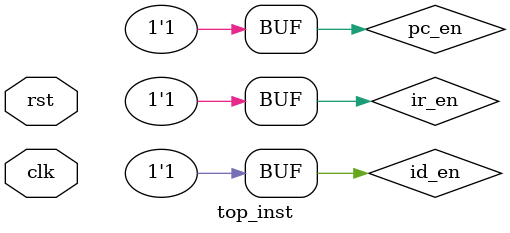
<source format=v>
`include "isu_mem.v"
`include "data_mem.v"
`include "pc.v"
`include "ir.v"
`include "alu.v"
`include "id_stage.v"
`include "ex_mem.v"

`define D_WIDTH         32
`define A_WIDTH         32
`define N_REGS          32
`define MEM_A_WIDTH     8
`define RF_SIZE         $clog2(`N_REGS)
`define OP_CODE_SIZE    7
`define FUNCT_3_SIZE    3
`define FUNCT_7_SIZE    7
`define OP_SIZE         4

module top_inst(
    input clk,
    input rst
);

    //instanstaite pc register 
    wire                                pc_en;
    wire [`A_WIDTH-1:0]                 pc_cur;
    wire [`A_WIDTH-1:0]                 pc_next;

    assign pc_en = 1'b1;
    assign pc_next = pc_cur + 4; //advance a word

    pc # (
        .A_WIDTH(`A_WIDTH)
    )    
    pc_u(
        .clk(clk),
        .rst(rst),
        .en(pc_en),
        .next_pc(pc_next),
        .pc(pc_cur)
    );

    //instantiate isu memory
    wire[`D_WIDTH-1:0]                  cur_isu;

    isu_mem # (
        .MEM_A_WIDTH(`MEM_A_WIDTH),
        .D_WIDTH(`D_WIDTH)
    )    
    isu_mem_u(
        .clk(clk),
        .rst(rst),
        .addr(pc_cur), // get the instruction from the isu_mem indexed pc
        .dout(cur_isu)
    );

    //instantiate instruction register
    wire                                ir_en;
    assign ir_en = 1'b1;

    wire [`D_WIDTH-1:0]                 instr;
    wire [`RF_SIZE-1:0]                 rs2;
    wire [`RF_SIZE-1:0]                 rs1;
    wire [`RF_SIZE-1:0]                 rd;
    wire [`FUNCT_7_SIZE-1:0]            funct7;
    wire [`FUNCT_3_SIZE-1:0]            funct3;
    wire [`OP_CODE_SIZE-1:0]            opcode;

    ir # (
        .D_WIDTH(`D_WIDTH),
        .N_REGS(`N_REGS),
        .RF_SIZE(`RF_SIZE),
        .OP_CODE_SIZE(`OP_CODE_SIZE),
        .FUNCT_3_SIZE(`FUNCT_3_SIZE),
        .FUNCT_7_SIZE(`FUNCT_7_SIZE)
    )    
    ir_u(
        .clk(clk),
        .rst(rst),
        .en(ir_en),
        .isu(cur_isu),
        .instr(instr),
        .rs2(rs2),
        .rs1(rs1),
        .rd(rd),
        .funct7(funct7),
        .funct3(funct3),
        .op_code(opcode)
    );

    wire                                id_en;
    assign id_en = 1'b1;

    wire [`D_WIDTH-1:0]                 idex_rs1_val, idex_rs2_val, idex_imm;
    wire [`RF_SIZE-1:0]                 idex_rd;
    wire                                idex_reg_write, idex_alu_src_imm, idex_mem_we, idex_mem_re, idex_mem_to_reg;
    wire [`OP_SIZE-1:0]                 idex_alu_op;

    id_stage #(
        .D_WIDTH(`D_WIDTH),
        .N_REGS(`N_REGS),
        .RF_SIZE(`RF_SIZE),
        .OP_SIZE(`OP_SIZE)
    ) id_stage_u (
        .clk(clk),
        .rst(rst),
        .en(id_en),

        .instr(instr),
        .rs1(rs1),
        .rs2(rs2),
        .rd(rd),
        .opcode(opcode),
        .funct3(funct3),
        .funct7(funct7),

        .wb_we(memwb_reg_write && (memwb_rd != 0)),
        .wb_rd(memwb_rd),
        .wb_data(wb_data),

        .rs1_val_ex(idex_rs1_val),
        .rs2_val_ex(idex_rs2_val),
        .imm_ex(idex_imm),
        .rd_ex(idex_rd),
        .reg_write_ex(idex_reg_write),
        .alu_src_imm_ex(idex_alu_src_imm),
        .alu_op_ex(idex_alu_op),
        .mem_we_ex(idex_mem_we),
        .mem_re_ex(idex_mem_re),
        .mem_to_reg_ex(idex_mem_to_reg)
    );

    wire [`D_WIDTH-1:0]                 exmem_alu_out;
    wire [`D_WIDTH-1:0]                 exmem_rs2_val;
    wire [`RF_SIZE-1:0]                 exmem_rd;
    wire                                exmem_reg_write;
    wire                                exmem_mem_we;
    wire                                exmem_mem_re;
    wire                                exmem_mem_to_reg;

    wire [`D_WIDTH-1:0]                 memwb_alu_out;
    wire [`D_WIDTH-1:0]                 memwb_mem_data;
    wire [`RF_SIZE-1:0]                 memwb_rd;
    wire                                memwb_reg_write;  

    wire [`D_WIDTH-1:0]                 wb_data;
    wire                                memwb_mem_to_reg;

    assign wb_data = memwb_mem_to_reg ? memwb_mem_data : memwb_alu_out;

    //instantiate data mem
    //need to handle control logic for these signals
    wire [`D_WIDTH-1:0]                 r_data;

    data_mem # (
        .MEM_A_WIDTH(`MEM_A_WIDTH),
        .D_WIDTH(`D_WIDTH)
    )    
    data_mem_u(
        .clk(clk),
        .rst(rst),
        .we(exmem_mem_we),
        .w_addr(exmem_alu_out),
        .w_data(exmem_rs2_val),
        .re(exmem_mem_re),
        .r_addr(exmem_alu_out),
        .r_data(r_data)
    );

    //instantiate alu, need to add control logic for immediate later
    wire [`D_WIDTH-1:0]                 a_in;
    assign a_in = idex_rs1_val;
    
    //modify b_in later to switch between imm and rs2_d
    wire [`D_WIDTH-1:0]                 b_in;
    assign b_in = idex_alu_src_imm ? idex_imm : idex_rs2_val;

    wire [`D_WIDTH-1:0]                 alu_out;
    wire                                alu_zero;

    alu # (
        .D_WIDTH(`D_WIDTH),
        .OP_SIZE(`OP_SIZE)
    )    
    alu_u(
        .alu_op(idex_alu_op),
        .a(a_in),
        .b(b_in),
        .y(alu_out),
        .zero(alu_zero)
    );

    ex_mem #(
        .D_WIDTH(`D_WIDTH),
        .RF_SIZE(`RF_SIZE)
    ) 
    ex_mem_u (
        .clk(clk),
        .rst(rst),

        .alu_out_ex(alu_out),
        .rs2_val_ex(idex_rs2_val),
        .rd_ex(idex_rd),
        .reg_write_ex(idex_reg_write),
        .mem_we_ex(idex_mem_we),
        .mem_re_ex(idex_mem_re),
        .mem_to_reg_ex(idex_mem_to_reg),

        .alu_out_mem(exmem_alu_out),
        .rs2_val_mem(exmem_rs2_val),
        .rd_mem(exmem_rd),
        .reg_write_mem(exmem_reg_write),
        .mem_we_mem(exmem_mem_we),
        .mem_re_mem(exmem_mem_re),
        .mem_to_reg_mem(exmem_mem_to_reg)
    );

    mem_wb #(
        .D_WIDTH(`D_WIDTH),
        .RF_SIZE(`RF_SIZE)
    ) mem_wb_u (
        .clk(clk),
        .rst(rst),

        .alu_out_mem(exmem_alu_out),
        .r_data_mem(r_data),
        .rd_mem(exmem_rd),
        .reg_write_mem(exmem_reg_write),
        .mem_to_reg_mem(exmem_mem_to_reg),

        .alu_out_wb(memwb_alu_out),
        .mem_data_wb(memwb_mem_data),
        .rd_wb(memwb_rd),
        .reg_write_wb(memwb_reg_write),
        .mem_to_reg_wb(memwb_mem_to_reg)
    );

endmodule



</source>
